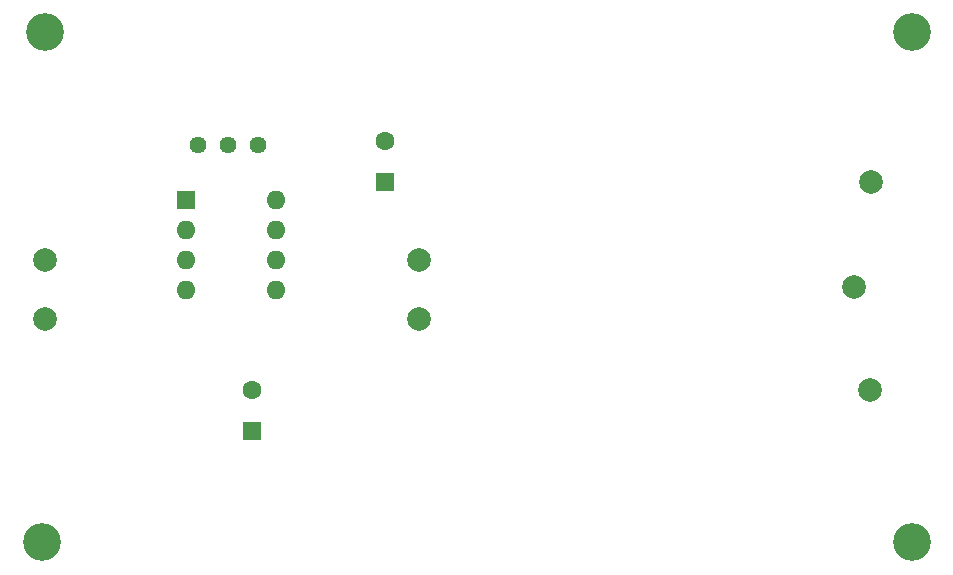
<source format=gbr>
G04 #@! TF.GenerationSoftware,KiCad,Pcbnew,(5.1.10-0-10_14)*
G04 #@! TF.CreationDate,2021-10-31T18:18:55+01:00*
G04 #@! TF.ProjectId,pre-amp-opa627,7072652d-616d-4702-9d6f-70613632372e,rev?*
G04 #@! TF.SameCoordinates,Original*
G04 #@! TF.FileFunction,Soldermask,Bot*
G04 #@! TF.FilePolarity,Negative*
%FSLAX46Y46*%
G04 Gerber Fmt 4.6, Leading zero omitted, Abs format (unit mm)*
G04 Created by KiCad (PCBNEW (5.1.10-0-10_14)) date 2021-10-31 18:18:55*
%MOMM*%
%LPD*%
G01*
G04 APERTURE LIST*
%ADD10C,1.440000*%
%ADD11O,1.600000X1.600000*%
%ADD12R,1.600000X1.600000*%
%ADD13C,1.600000*%
%ADD14C,2.000000*%
%ADD15C,3.200000*%
G04 APERTURE END LIST*
D10*
X144272000Y-109855000D03*
X141732000Y-109855000D03*
X139192000Y-109855000D03*
D11*
X145796000Y-114490500D03*
X138176000Y-122110500D03*
X145796000Y-117030500D03*
X138176000Y-119570500D03*
X145796000Y-119570500D03*
X138176000Y-117030500D03*
X145796000Y-122110500D03*
D12*
X138176000Y-114490500D03*
D13*
X143827500Y-130619500D03*
D12*
X143827500Y-134119500D03*
D13*
X155067000Y-109530000D03*
D12*
X155067000Y-113030000D03*
D14*
X194754500Y-121920000D03*
X196215000Y-113030000D03*
X196088000Y-130619500D03*
X157924500Y-124587000D03*
X157924500Y-119570500D03*
X126301500Y-124587000D03*
X126301500Y-119570500D03*
D15*
X126238000Y-100330000D03*
X125984000Y-143510000D03*
X199644000Y-143510000D03*
X199644000Y-100330000D03*
M02*

</source>
